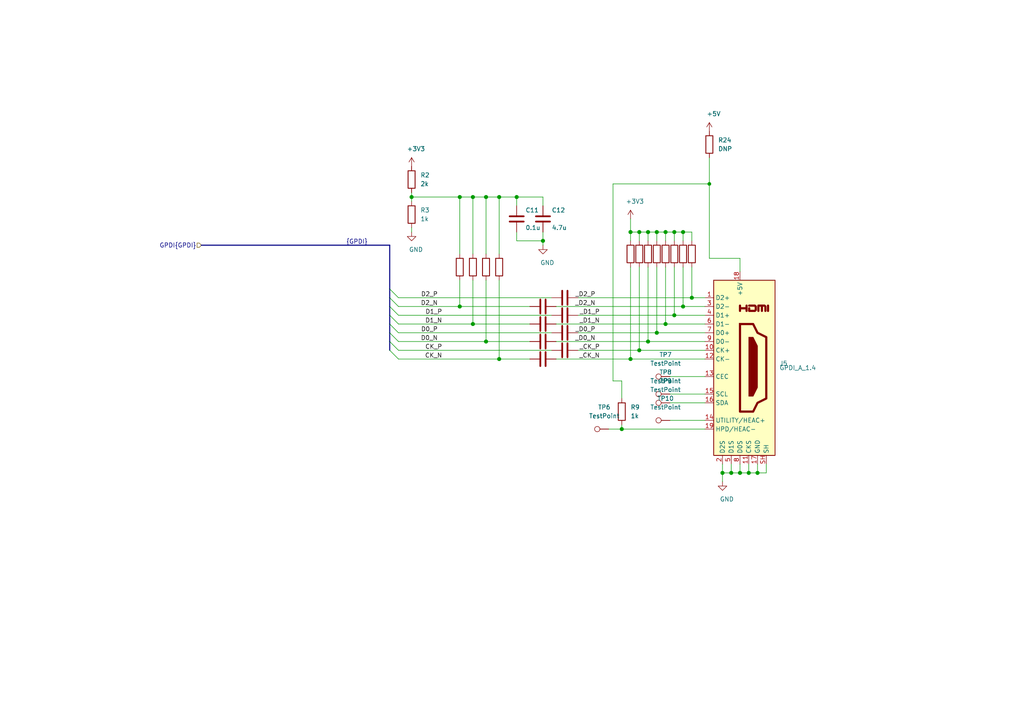
<source format=kicad_sch>
(kicad_sch (version 20201015) (generator eeschema)
  (page 1 4)
  (paper "A4")
  (title_block (title "GPDI Breakout") (date "2020-12-01") (rev "r1.0") (company "GsD - @gregdavill") (comment 1 "SYZYGY Pod"))
  (lib_symbols
    (symbol "Connector:HDMI_A_1.4"
      (property "Reference" "J" (at -6.35 26.67 0))
      (property "Value" "HDMI_A_1.4" (at 10.16 26.67 0))
      (symbol "HDMI_A_1.4_0_0"
        (polyline (pts (xy 8.128 16.51) (xy 8.128 18.034)) (stroke (width 0.635)))
        (polyline (pts (xy 0 16.51) (xy 0 18.034) (xy 0 17.272) (xy 1.905 17.272) (xy 1.905 18.034) (xy 1.905 16.51)) (stroke (width 0.635)))
        (polyline (pts (xy 2.667 18.034) (xy 4.318 18.034) (xy 4.572 17.78) (xy 4.572 16.764) (xy 4.318 16.51) (xy 2.667 16.51) (xy 2.667 17.272)) (stroke (width 0.635)))
      )
      (symbol "HDMI_A_1.4_0_1"
        (rectangle (start -7.62 25.4) (end 10.16 -25.4) (stroke (width 0.254)) (fill (type background)))
        (polyline (pts (xy 2.54 8.89) (xy 3.81 8.89) (xy 5.08 6.35) (xy 5.08 -5.715) (xy 3.81 -8.255) (xy 2.54 -8.255) (xy 2.54 8.89)) (fill (type outline)))
        (polyline (pts (xy 5.334 16.51) (xy 5.334 18.034) (xy 6.35 18.034) (xy 6.35 16.51) (xy 6.35 18.034) (xy 7.112 18.034) (xy 7.366 17.78) (xy 7.366 16.51)) (stroke (width 0.635)))
        (polyline (pts (xy 0 12.7) (xy 0 -12.7) (xy 3.81 -12.7) (xy 5.08 -10.16) (xy 7.62 -8.89) (xy 7.62 8.89) (xy 5.08 10.16) (xy 3.81 12.7) (xy 0 12.7)) (stroke (width 0.635)))
      )
      (symbol "HDMI_A_1.4_1_1"
        (pin passive line (at -10.16 20.32 0) (length 2.54) (name "D2+") (number "1"))
        (pin passive line (at -10.16 5.08 0) (length 2.54) (name "CK+") (number "10"))
        (pin power_in line (at 2.54 -27.94 90) (length 2.54) (name "CKS") (number "11"))
        (pin passive line (at -10.16 2.54 0) (length 2.54) (name "CK-") (number "12"))
        (pin bidirectional line (at -10.16 -2.54 0) (length 2.54) (name "CEC") (number "13"))
        (pin passive line (at -10.16 -15.24 0) (length 2.54) (name "UTILITY/HEAC+") (number "14"))
        (pin passive line (at -10.16 -7.62 0) (length 2.54) (name "SCL") (number "15"))
        (pin bidirectional line (at -10.16 -10.16 0) (length 2.54) (name "SDA") (number "16"))
        (pin power_in line (at 5.08 -27.94 90) (length 2.54) (name "GND") (number "17"))
        (pin power_in line (at 0 27.94 270) (length 2.54) (name "+5V") (number "18"))
        (pin passive line (at -10.16 -17.78 0) (length 2.54) (name "HPD/HEAC-") (number "19"))
        (pin power_in line (at -5.08 -27.94 90) (length 2.54) (name "D2S") (number "2"))
        (pin passive line (at -10.16 17.78 0) (length 2.54) (name "D2-") (number "3"))
        (pin passive line (at -10.16 15.24 0) (length 2.54) (name "D1+") (number "4"))
        (pin power_in line (at -2.54 -27.94 90) (length 2.54) (name "D1S") (number "5"))
        (pin passive line (at -10.16 12.7 0) (length 2.54) (name "D1-") (number "6"))
        (pin passive line (at -10.16 10.16 0) (length 2.54) (name "D0+") (number "7"))
        (pin power_in line (at 0 -27.94 90) (length 2.54) (name "D0S") (number "8"))
        (pin passive line (at -10.16 7.62 0) (length 2.54) (name "D0-") (number "9"))
        (pin passive line (at 7.62 -27.94 90) (length 2.54) (name "SH") (number "SH"))
      )
    )
    (symbol "Connector:TestPoint" (pin_numbers hide) (pin_names (offset 0.762) hide)
      (property "Reference" "TP" (at 0 6.858 0))
      (property "Value" "TestPoint" (at 0 5.08 0))
      (symbol "TestPoint_0_1"
        (circle (center 0 3.302) (radius 0.762))
      )
      (symbol "TestPoint_1_1"
        (pin passive line (at 0 0 90) (length 2.54) (name "1") (number "1"))
      )
    )
    (symbol "Device:C" (pin_numbers hide) (pin_names (offset 0.254))
      (property "Reference" "C" (at 0.635 2.54 0))
      (property "Value" "C" (at 0.635 -2.54 0))
      (symbol "C_0_1"
        (polyline (pts (xy -2.032 -0.762) (xy 2.032 -0.762)) (stroke (width 0.508)))
        (polyline (pts (xy -2.032 0.762) (xy 2.032 0.762)) (stroke (width 0.508)))
      )
      (symbol "C_1_1"
        (pin passive line (at 0 3.81 270) (length 2.794) (name "~") (number "1"))
        (pin passive line (at 0 -3.81 90) (length 2.794) (name "~") (number "2"))
      )
    )
    (symbol "Device:R" (pin_numbers hide) (pin_names (offset 0))
      (property "Reference" "R" (at 2.032 0 90))
      (property "Value" "R" (at 0 0 90))
      (symbol "R_0_1"
        (rectangle (start -1.016 -2.54) (end 1.016 2.54) (stroke (width 0.254)))
      )
      (symbol "R_1_1"
        (pin passive line (at 0 3.81 270) (length 1.27) (name "~") (number "1"))
        (pin passive line (at 0 -3.81 90) (length 1.27) (name "~") (number "2"))
      )
    )
    (symbol "power:+3V3" (power) (pin_names (offset 0))
      (property "Value" "+3V3" (at 0 3.556 0))
      (symbol "+3V3_0_1"
        (polyline (pts (xy -0.762 1.27) (xy 0 2.54)))
        (polyline (pts (xy 0 0) (xy 0 2.54)))
        (polyline (pts (xy 0 2.54) (xy 0.762 1.27)))
      )
      (symbol "+3V3_1_1"
        (pin power_in line (at 0 0 90) (length 0) hide (name "+3V3") (number "1"))
      )
    )
    (symbol "power:+5V" (power) (pin_names (offset 0))
      (property "Value" "+5V" (at 0 3.556 0))
      (symbol "+5V_0_1"
        (polyline (pts (xy -0.762 1.27) (xy 0 2.54)))
        (polyline (pts (xy 0 0) (xy 0 2.54)))
        (polyline (pts (xy 0 2.54) (xy 0.762 1.27)))
      )
      (symbol "+5V_1_1"
        (pin power_in line (at 0 0 90) (length 0) hide (name "+5V") (number "1"))
      )
    )
    (symbol "power:GND" (power) (pin_names (offset 0))
      (property "Value" "GND" (at 0 -3.81 0))
      (symbol "GND_0_1"
        (polyline (pts (xy 0 0) (xy 0 -1.27) (xy 1.27 -1.27) (xy 0 -2.54) (xy -1.27 -1.27) (xy 0 -1.27)))
      )
      (symbol "GND_1_1"
        (pin power_in line (at 0 0 270) (length 0) hide (name "GND") (number "1"))
      )
    )
  )
  (junction (at 119.38 57.15) (diameter 1.016))
  (junction (at 133.35 57.15) (diameter 1.016))
  (junction (at 133.35 88.9) (diameter 1.016))
  (junction (at 137.16 57.15) (diameter 1.016))
  (junction (at 137.16 93.98) (diameter 1.016))
  (junction (at 140.97 57.15) (diameter 1.016))
  (junction (at 140.97 99.06) (diameter 1.016))
  (junction (at 144.78 57.15) (diameter 1.016))
  (junction (at 144.78 104.14) (diameter 1.016))
  (junction (at 149.86 57.15) (diameter 1.016))
  (junction (at 157.48 69.85) (diameter 1.016))
  (junction (at 180.34 124.46) (diameter 1.016))
  (junction (at 182.88 67.31) (diameter 1.016))
  (junction (at 182.88 104.14) (diameter 1.016))
  (junction (at 185.42 67.31) (diameter 1.016))
  (junction (at 185.42 101.6) (diameter 1.016))
  (junction (at 187.96 67.31) (diameter 1.016))
  (junction (at 187.96 99.06) (diameter 1.016))
  (junction (at 190.5 67.31) (diameter 1.016))
  (junction (at 190.5 96.52) (diameter 1.016))
  (junction (at 193.04 67.31) (diameter 1.016))
  (junction (at 193.04 93.98) (diameter 1.016))
  (junction (at 195.58 67.31) (diameter 1.016))
  (junction (at 195.58 91.44) (diameter 1.016))
  (junction (at 198.12 67.31) (diameter 1.016))
  (junction (at 198.12 88.9) (diameter 1.016))
  (junction (at 200.66 86.36) (diameter 1.016))
  (junction (at 205.74 53.34) (diameter 0.9144))
  (junction (at 209.55 137.16) (diameter 1.016))
  (junction (at 212.09 137.16) (diameter 1.016))
  (junction (at 214.63 137.16) (diameter 1.016))
  (junction (at 217.17 137.16) (diameter 1.016))
  (junction (at 219.71 137.16) (diameter 1.016))
  (bus_entry (at 113.03 83.82) (size 2.54 2.54) (stroke (width 0.1524)))
  (bus_entry (at 113.03 86.36) (size 2.54 2.54) (stroke (width 0.1524)))
  (bus_entry (at 113.03 88.9) (size 2.54 2.54) (stroke (width 0.1524)))
  (bus_entry (at 113.03 91.44) (size 2.54 2.54) (stroke (width 0.1524)))
  (bus_entry (at 113.03 93.98) (size 2.54 2.54) (stroke (width 0.1524)))
  (bus_entry (at 113.03 96.52) (size 2.54 2.54) (stroke (width 0.1524)))
  (bus_entry (at 113.03 99.06) (size 2.54 2.54) (stroke (width 0.1524)))
  (bus_entry (at 113.03 101.6) (size 2.54 2.54) (stroke (width 0.1524)))
  (wire (pts (xy 115.57 86.36) (xy 160.02 86.36)))
  (wire (pts (xy 115.57 88.9) (xy 133.35 88.9)))
  (wire (pts (xy 115.57 91.44) (xy 160.02 91.44)))
  (wire (pts (xy 115.57 93.98) (xy 137.16 93.98)))
  (wire (pts (xy 115.57 96.52) (xy 160.02 96.52)))
  (wire (pts (xy 115.57 99.06) (xy 140.97 99.06)))
  (wire (pts (xy 115.57 101.6) (xy 160.02 101.6)))
  (wire (pts (xy 115.57 104.14) (xy 144.78 104.14)))
  (wire (pts (xy 119.38 55.88) (xy 119.38 57.15)))
  (wire (pts (xy 119.38 57.15) (xy 119.38 58.42)))
  (wire (pts (xy 119.38 66.04) (xy 119.38 67.31)))
  (wire (pts (xy 133.35 57.15) (xy 119.38 57.15)))
  (wire (pts (xy 133.35 73.66) (xy 133.35 57.15)))
  (wire (pts (xy 133.35 81.28) (xy 133.35 88.9)))
  (wire (pts (xy 133.35 88.9) (xy 153.67 88.9)))
  (wire (pts (xy 137.16 57.15) (xy 133.35 57.15)))
  (wire (pts (xy 137.16 73.66) (xy 137.16 57.15)))
  (wire (pts (xy 137.16 81.28) (xy 137.16 93.98)))
  (wire (pts (xy 137.16 93.98) (xy 153.67 93.98)))
  (wire (pts (xy 140.97 57.15) (xy 137.16 57.15)))
  (wire (pts (xy 140.97 73.66) (xy 140.97 57.15)))
  (wire (pts (xy 140.97 81.28) (xy 140.97 99.06)))
  (wire (pts (xy 140.97 99.06) (xy 153.67 99.06)))
  (wire (pts (xy 144.78 57.15) (xy 140.97 57.15)))
  (wire (pts (xy 144.78 73.66) (xy 144.78 57.15)))
  (wire (pts (xy 144.78 81.28) (xy 144.78 104.14)))
  (wire (pts (xy 144.78 104.14) (xy 153.67 104.14)))
  (wire (pts (xy 149.86 57.15) (xy 144.78 57.15)))
  (wire (pts (xy 149.86 57.15) (xy 149.86 59.69)))
  (wire (pts (xy 149.86 67.31) (xy 149.86 69.85)))
  (wire (pts (xy 149.86 69.85) (xy 157.48 69.85)))
  (wire (pts (xy 157.48 57.15) (xy 149.86 57.15)))
  (wire (pts (xy 157.48 59.69) (xy 157.48 57.15)))
  (wire (pts (xy 157.48 67.31) (xy 157.48 69.85)))
  (wire (pts (xy 157.48 69.85) (xy 157.48 71.12)))
  (wire (pts (xy 161.29 88.9) (xy 198.12 88.9)))
  (wire (pts (xy 161.29 93.98) (xy 193.04 93.98)))
  (wire (pts (xy 161.29 99.06) (xy 187.96 99.06)))
  (wire (pts (xy 161.29 104.14) (xy 182.88 104.14)))
  (wire (pts (xy 167.64 86.36) (xy 200.66 86.36)))
  (wire (pts (xy 167.64 91.44) (xy 195.58 91.44)))
  (wire (pts (xy 167.64 96.52) (xy 190.5 96.52)))
  (wire (pts (xy 167.64 101.6) (xy 185.42 101.6)))
  (wire (pts (xy 176.53 124.46) (xy 180.34 124.46)))
  (wire (pts (xy 177.8 53.34) (xy 205.74 53.34)))
  (wire (pts (xy 177.8 110.49) (xy 177.8 53.34)))
  (wire (pts (xy 180.34 110.49) (xy 177.8 110.49)))
  (wire (pts (xy 180.34 115.57) (xy 180.34 110.49)))
  (wire (pts (xy 180.34 123.19) (xy 180.34 124.46)))
  (wire (pts (xy 180.34 124.46) (xy 204.47 124.46)))
  (wire (pts (xy 182.88 63.5) (xy 182.88 67.31)))
  (wire (pts (xy 182.88 67.31) (xy 182.88 69.85)))
  (wire (pts (xy 182.88 104.14) (xy 182.88 77.47)))
  (wire (pts (xy 185.42 67.31) (xy 182.88 67.31)))
  (wire (pts (xy 185.42 69.85) (xy 185.42 67.31)))
  (wire (pts (xy 185.42 77.47) (xy 185.42 101.6)))
  (wire (pts (xy 185.42 101.6) (xy 204.47 101.6)))
  (wire (pts (xy 187.96 67.31) (xy 185.42 67.31)))
  (wire (pts (xy 187.96 69.85) (xy 187.96 67.31)))
  (wire (pts (xy 187.96 99.06) (xy 187.96 77.47)))
  (wire (pts (xy 190.5 67.31) (xy 187.96 67.31)))
  (wire (pts (xy 190.5 69.85) (xy 190.5 67.31)))
  (wire (pts (xy 190.5 77.47) (xy 190.5 96.52)))
  (wire (pts (xy 190.5 96.52) (xy 204.47 96.52)))
  (wire (pts (xy 193.04 67.31) (xy 190.5 67.31)))
  (wire (pts (xy 193.04 69.85) (xy 193.04 67.31)))
  (wire (pts (xy 193.04 93.98) (xy 193.04 77.47)))
  (wire (pts (xy 194.31 109.22) (xy 204.47 109.22)))
  (wire (pts (xy 194.31 114.3) (xy 204.47 114.3)))
  (wire (pts (xy 194.31 116.84) (xy 204.47 116.84)))
  (wire (pts (xy 194.31 121.92) (xy 204.47 121.92)))
  (wire (pts (xy 195.58 67.31) (xy 193.04 67.31)))
  (wire (pts (xy 195.58 69.85) (xy 195.58 67.31)))
  (wire (pts (xy 195.58 77.47) (xy 195.58 91.44)))
  (wire (pts (xy 195.58 91.44) (xy 204.47 91.44)))
  (wire (pts (xy 198.12 67.31) (xy 195.58 67.31)))
  (wire (pts (xy 198.12 69.85) (xy 198.12 67.31)))
  (wire (pts (xy 198.12 88.9) (xy 198.12 77.47)))
  (wire (pts (xy 200.66 67.31) (xy 198.12 67.31)))
  (wire (pts (xy 200.66 69.85) (xy 200.66 67.31)))
  (wire (pts (xy 200.66 77.47) (xy 200.66 86.36)))
  (wire (pts (xy 200.66 86.36) (xy 204.47 86.36)))
  (wire (pts (xy 204.47 88.9) (xy 198.12 88.9)))
  (wire (pts (xy 204.47 93.98) (xy 193.04 93.98)))
  (wire (pts (xy 204.47 99.06) (xy 187.96 99.06)))
  (wire (pts (xy 204.47 104.14) (xy 182.88 104.14)))
  (wire (pts (xy 205.74 45.72) (xy 205.74 53.34)))
  (wire (pts (xy 205.74 53.34) (xy 205.74 74.93)))
  (wire (pts (xy 205.74 74.93) (xy 214.63 74.93)))
  (wire (pts (xy 209.55 134.62) (xy 209.55 137.16)))
  (wire (pts (xy 209.55 137.16) (xy 209.55 139.7)))
  (wire (pts (xy 212.09 134.62) (xy 212.09 137.16)))
  (wire (pts (xy 212.09 137.16) (xy 209.55 137.16)))
  (wire (pts (xy 214.63 74.93) (xy 214.63 78.74)))
  (wire (pts (xy 214.63 134.62) (xy 214.63 137.16)))
  (wire (pts (xy 214.63 137.16) (xy 212.09 137.16)))
  (wire (pts (xy 217.17 134.62) (xy 217.17 137.16)))
  (wire (pts (xy 217.17 137.16) (xy 214.63 137.16)))
  (wire (pts (xy 217.17 137.16) (xy 219.71 137.16)))
  (wire (pts (xy 219.71 134.62) (xy 219.71 137.16)))
  (wire (pts (xy 219.71 137.16) (xy 222.25 137.16)))
  (wire (pts (xy 222.25 137.16) (xy 222.25 134.62)))
  (bus (pts (xy 58.42 71.12) (xy 113.03 71.12)))
  (bus (pts (xy 113.03 71.12) (xy 113.03 83.82)))
  (bus (pts (xy 113.03 83.82) (xy 113.03 86.36)))
  (bus (pts (xy 113.03 86.36) (xy 113.03 88.9)))
  (bus (pts (xy 113.03 88.9) (xy 113.03 91.44)))
  (bus (pts (xy 113.03 91.44) (xy 113.03 93.98)))
  (bus (pts (xy 113.03 93.98) (xy 113.03 96.52)))
  (bus (pts (xy 113.03 96.52) (xy 113.03 99.06)))
  (bus (pts (xy 113.03 99.06) (xy 113.03 101.6)))
  (label "{GPDI}" (at 106.68 71.12 180))
  (label "D2_P" (at 127 86.36 180))
  (label "D2_N" (at 127 88.9 180))
  (label "D0_P" (at 127 96.52 180))
  (label "D0_N" (at 127 99.06 180))
  (label "D1_P" (at 128.27 91.44 180))
  (label "D1_N" (at 128.27 93.98 180))
  (label "CK_P" (at 128.27 101.6 180))
  (label "CK_N" (at 128.27 104.14 180))
  (label "_D2_P" (at 172.72 86.36 180))
  (label "_D2_N" (at 172.72 88.9 180))
  (label "_D0_P" (at 172.72 96.52 180))
  (label "_D0_N" (at 172.72 99.06 180))
  (label "_D1_P" (at 173.99 91.44 180))
  (label "_D1_N" (at 173.99 93.98 180))
  (label "_CK_P" (at 173.99 101.6 180))
  (label "_CK_N" (at 173.99 104.14 180))
  (hierarchical_label "GPDI{GPDI}" (shape input) (at 58.42 71.12 180))
  (symbol (lib_id "Connector:TestPoint") (at 176.53 124.46 90) (unit 1)
    (property "Reference" "TP6" (at 175.26 118.11 90))
    (property "Value" "TestPoint" (at 175.26 120.65 90))
    (property "Footprint" "TestPoint:TestPoint_THTPad_D1.5mm_Drill0.7mm" (effects hide))
  )
  (symbol (lib_id "Connector:TestPoint") (at 194.31 109.22 90) (unit 1)
    (property "Reference" "TP7" (at 193.04 102.87 90))
    (property "Value" "TestPoint" (at 193.04 105.41 90))
    (property "Footprint" "TestPoint:TestPoint_THTPad_D1.5mm_Drill0.7mm" (effects hide))
  )
  (symbol (lib_id "Connector:TestPoint") (at 194.31 114.3 90) (unit 1)
    (property "Reference" "TP8" (at 193.04 107.95 90))
    (property "Value" "TestPoint" (at 193.04 110.49 90))
    (property "Footprint" "TestPoint:TestPoint_THTPad_D1.5mm_Drill0.7mm" (effects hide))
  )
  (symbol (lib_id "Connector:TestPoint") (at 194.31 116.84 90) (unit 1)
    (property "Reference" "TP9" (at 193.04 110.49 90))
    (property "Value" "TestPoint" (at 193.04 113.03 90))
    (property "Footprint" "TestPoint:TestPoint_THTPad_D1.5mm_Drill0.7mm" (effects hide))
  )
  (symbol (lib_id "Connector:TestPoint") (at 194.31 121.92 90) (unit 1)
    (property "Reference" "TP10" (at 193.04 115.57 90))
    (property "Value" "TestPoint" (at 193.04 118.11 90))
    (property "Footprint" "TestPoint:TestPoint_THTPad_D1.5mm_Drill0.7mm" (effects hide))
  )
  (symbol (lib_id "power:+3V3") (at 119.38 48.26 0) (unit 1)
    (property "Reference" "#PWR0113" (effects hide))
    (property "Value" "+3V3" (at 120.65 43.18 0))
  )
  (symbol (lib_id "power:+3V3") (at 182.88 63.5 0) (unit 1)
    (property "Reference" "#PWR0108" (effects hide))
    (property "Value" "+3V3" (at 184.15 58.42 0))
  )
  (symbol (lib_id "power:+5V") (at 205.74 38.1 0) (unit 1)
    (property "Reference" "#PWR0114" (effects hide))
    (property "Value" "+5V" (at 207.01 33.02 0))
  )
  (symbol (lib_id "power:GND") (at 119.38 67.31 0) (unit 1)
    (property "Reference" "#PWR0109" (effects hide))
    (property "Value" "GND" (at 120.65 72.39 0))
  )
  (symbol (lib_id "power:GND") (at 157.48 71.12 0) (unit 1)
    (property "Reference" "#PWR0110" (effects hide))
    (property "Value" "GND" (at 158.75 76.2 0))
  )
  (symbol (lib_id "power:GND") (at 209.55 139.7 0) (unit 1)
    (property "Reference" "#PWR0112" (effects hide))
    (property "Value" "GND" (at 210.82 144.78 0))
  )
  (symbol (lib_id "Device:R") (at 119.38 52.07 0) (unit 1)
    (property "Reference" "R2" (at 121.92 50.8 0) (effects (justify left)))
    (property "Value" "2k" (at 121.92 53.34 0) (effects (justify left)))
    (property "Footprint" "Resistor_SMD:R_0402_1005Metric" (effects hide))
  )
  (symbol (lib_id "Device:R") (at 119.38 62.23 0) (unit 1)
    (property "Reference" "R3" (at 121.92 60.96 0) (effects (justify left)))
    (property "Value" "1k" (at 121.92 63.5 0) (effects (justify left)))
    (property "Footprint" "Resistor_SMD:R_0402_1005Metric" (effects hide))
  )
  (symbol (lib_id "Device:R") (at 133.35 77.47 0) (unit 1)
    (property "Reference" "R4" (effects hide))
    (property "Value" "47k" (effects hide))
    (property "Footprint" "Resistor_SMD:R_0402_1005Metric" (effects hide))
  )
  (symbol (lib_id "Device:R") (at 137.16 77.47 0) (unit 1)
    (property "Reference" "R5" (effects hide))
    (property "Value" "47k" (effects hide))
    (property "Footprint" "Resistor_SMD:R_0402_1005Metric" (effects hide))
  )
  (symbol (lib_id "Device:R") (at 140.97 77.47 0) (unit 1)
    (property "Reference" "R7" (effects hide))
    (property "Value" "47k" (effects hide))
    (property "Footprint" "Resistor_SMD:R_0402_1005Metric" (effects hide))
  )
  (symbol (lib_id "Device:R") (at 144.78 77.47 0) (unit 1)
    (property "Reference" "R8" (effects hide))
    (property "Value" "47k" (effects hide))
    (property "Footprint" "Resistor_SMD:R_0402_1005Metric" (effects hide))
  )
  (symbol (lib_id "Device:R") (at 180.34 119.38 0) (unit 1)
    (property "Reference" "R9" (at 182.88 118.11 0) (effects (justify left)))
    (property "Value" "1k" (at 182.88 120.65 0) (effects (justify left)))
    (property "Footprint" "Resistor_SMD:R_0402_1005Metric" (effects hide))
  )
  (symbol (lib_id "Device:R") (at 182.88 73.66 0) (unit 1)
    (property "Reference" "R10" (effects hide))
    (property "Value" "50R" (effects hide))
    (property "Footprint" "Resistor_SMD:R_0402_1005Metric" (effects hide))
  )
  (symbol (lib_id "Device:R") (at 185.42 73.66 0) (unit 1)
    (property "Reference" "R13" (effects hide))
    (property "Value" "50R" (effects hide))
    (property "Footprint" "Resistor_SMD:R_0402_1005Metric" (effects hide))
  )
  (symbol (lib_id "Device:R") (at 187.96 73.66 0) (unit 1)
    (property "Reference" "R14" (effects hide))
    (property "Value" "50R" (effects hide))
    (property "Footprint" "Resistor_SMD:R_0402_1005Metric" (effects hide))
  )
  (symbol (lib_id "Device:R") (at 190.5 73.66 0) (unit 1)
    (property "Reference" "R18" (effects hide))
    (property "Value" "50R" (effects hide))
    (property "Footprint" "Resistor_SMD:R_0402_1005Metric" (effects hide))
  )
  (symbol (lib_id "Device:R") (at 193.04 73.66 0) (unit 1)
    (property "Reference" "R19" (effects hide))
    (property "Value" "50R" (effects hide))
    (property "Footprint" "Resistor_SMD:R_0402_1005Metric" (effects hide))
  )
  (symbol (lib_id "Device:R") (at 195.58 73.66 0) (unit 1)
    (property "Reference" "R20" (effects hide))
    (property "Value" "50R" (effects hide))
    (property "Footprint" "Resistor_SMD:R_0402_1005Metric" (effects hide))
  )
  (symbol (lib_id "Device:R") (at 198.12 73.66 0) (unit 1)
    (property "Reference" "R21" (effects hide))
    (property "Value" "50R" (effects hide))
    (property "Footprint" "Resistor_SMD:R_0402_1005Metric" (effects hide))
  )
  (symbol (lib_id "Device:R") (at 200.66 73.66 0) (unit 1)
    (property "Reference" "R22" (effects hide))
    (property "Value" "50R" (effects hide))
    (property "Footprint" "Resistor_SMD:R_0402_1005Metric" (effects hide))
  )
  (symbol (lib_id "Device:R") (at 205.74 41.91 0) (unit 1)
    (property "Reference" "R24" (at 208.28 40.64 0) (effects (justify left)))
    (property "Value" "DNP" (at 208.28 43.18 0) (effects (justify left)))
    (property "Footprint" "Resistor_SMD:R_0402_1005Metric" (effects hide))
  )
  (symbol (lib_id "Device:C") (at 149.86 63.5 0) (unit 1)
    (property "Reference" "C11" (at 152.4 60.96 0) (effects (justify left)))
    (property "Value" "0.1u" (at 152.4 66.04 0) (effects (justify left)))
    (property "Footprint" "Capacitor_SMD:C_0402_1005Metric" (effects hide))
  )
  (symbol (lib_id "Device:C") (at 157.48 63.5 0) (unit 1)
    (property "Reference" "C12" (at 160.02 60.96 0) (effects (justify left)))
    (property "Value" "4.7u" (at 160.02 66.04 0) (effects (justify left)))
    (property "Footprint" "Capacitor_SMD:C_0402_1005Metric" (effects hide))
  )
  (symbol (lib_id "Device:C") (at 157.48 88.9 90) (unit 1)
    (property "Reference" "C13" (effects hide))
    (property "Value" "0.1u" (effects hide))
    (property "Footprint" "Capacitor_SMD:C_0402_1005Metric" (effects hide))
  )
  (symbol (lib_id "Device:C") (at 157.48 93.98 90) (unit 1)
    (property "Reference" "C14" (effects hide))
    (property "Value" "0.1u" (effects hide))
    (property "Footprint" "Capacitor_SMD:C_0402_1005Metric" (effects hide))
  )
  (symbol (lib_id "Device:C") (at 157.48 99.06 90) (unit 1)
    (property "Reference" "C15" (effects hide))
    (property "Value" "0.1u" (effects hide))
    (property "Footprint" "Capacitor_SMD:C_0402_1005Metric" (effects hide))
  )
  (symbol (lib_id "Device:C") (at 157.48 104.14 90) (unit 1)
    (property "Reference" "C16" (effects hide))
    (property "Value" "0.1u" (effects hide))
    (property "Footprint" "Capacitor_SMD:C_0402_1005Metric" (effects hide))
  )
  (symbol (lib_id "Device:C") (at 163.83 86.36 90) (unit 1)
    (property "Reference" "C17" (effects hide))
    (property "Value" "0.1u" (effects hide))
    (property "Footprint" "Capacitor_SMD:C_0402_1005Metric" (effects hide))
  )
  (symbol (lib_id "Device:C") (at 163.83 91.44 90) (unit 1)
    (property "Reference" "C18" (effects hide))
    (property "Value" "0.1u" (effects hide))
    (property "Footprint" "Capacitor_SMD:C_0402_1005Metric" (effects hide))
  )
  (symbol (lib_id "Device:C") (at 163.83 96.52 90) (unit 1)
    (property "Reference" "C19" (effects hide))
    (property "Value" "0.1u" (effects hide))
    (property "Footprint" "Capacitor_SMD:C_0402_1005Metric" (effects hide))
  )
  (symbol (lib_id "Device:C") (at 163.83 101.6 90) (unit 1)
    (property "Reference" "C20" (effects hide))
    (property "Value" "0.1u" (effects hide))
    (property "Footprint" "Capacitor_SMD:C_0402_1005Metric" (effects hide))
  )
  (symbol (lib_id "Connector:HDMI_A_1.4") (at 214.63 106.68 0) (unit 1)
    (property "Reference" "J5" (at 226.06 105.41 0) (effects (justify left)))
    (property "Value" "GPDI_A_1.4" (at 226.06 106.68 0) (effects (justify left)))
    (property "Footprint" "gsd-footprints:HDMI-10029449-111RLF" (effects hide))
    (property "Datasheet" "https://en.wikipedia.org/wiki/HDMI" (effects hide))
  )
)
</source>
